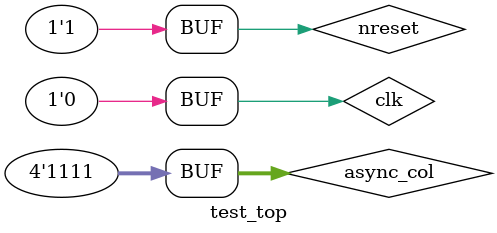
<source format=sv>
/* Ellie Sundheim esundheim#hmc.edu
9/14/24
This file contains the testbenches for the modules that make up lab3_es
*/

// testbench settings
`timescale 1ms/1ns
`default_nettype none
`define N_TV 8

module test_debouncer();
    logic clk, reset;
    logic [4:0] out;
    logic [3:0] s1, s2;

    debouncer myDebouncer(clk, reset, out, s1, s2);

    always begin
    clk = 0; #5;
    clk = 1; #5;
    end

    //pulse reset
    initial begin
    reset = 0; #7; reset = 1; #7; reset = 0;

    //an nice clean output
    out = 5'b00100; # 60; out = 5'b10000; #60; out = 5'b01110; #60;

    //a gross bouncy output
    out = 5'b00001; #15; out = 5'b10000; #15; out = 5'b00001; #15; out = 5'b10000; #15; out = 5'b00001; #60;
    end
endmodule

module test_FSM();
    logic clk, reset;
    logic [3:0] col;
    logic [4:0] out;
    logic [3:0] row;

    scanner_FSM myFSM (clk, reset, col, out, row);
    always begin
    clk = 0; #5;
    clk = 1; #5;
    end

    //pulse reset
    initial begin
    reset = 0; #7; reset = 1; #24; reset = 0;

    // watch it go through at least one loop
    #10;

    //trigger column, wait, trigger different column
    col = 4'b0001; #30; col = 4'b0000; #20; col = 4'b0010;
    end

endmodule

module test_sync();
    logic clk, reset;
    logic [3:0] d;
    logic [3:0] q;

    synchronizer mySync (clk, reset, d, q);

    always begin
    clk = 0; #5;
    clk = 1; #5;
    end

    //pulse reset
    initial begin
    reset = 0; #7; reset = 1; #14; reset = 0;

    // apply d 
    d = 4'b0001; #10; 
    d = 4'b0010; #20;
    end

endmodule

module test_all();
    logic clk, reset;
    logic [3:0] async_col, col;
    logic [4:0] out;
    logic [3:0] row;

    scanner_FSM myTestFSM (clk, reset, col, out, row);
    synchronizer myTestSync (clk, reset, async_col, col);

    always begin
    clk = 0; #5;
    clk = 1; #5;
    end

    initial begin

    // col always has some value and it's not xxxx so might as well be 0
    async_col = 4'b0000;

    //pulse reset
    reset = 0; #7; reset = 1; #14; reset = 0; 

    // watch it go through at least one loop
    #10;

    //trigger column, wait, trigger different column
    async_col = 4'b0001; #30; async_col = 4'b0000; #20; async_col = 4'b0010; #20; 

    // test other inputs at same time
    async_col = 4'b0111; #20; async_col = 4'b0000; #20;
    end

endmodule

module test_top();
        logic clk;
        logic nreset, reset;
        logic [3:0] async_col, col;
        logic [3:0] row;
        logic [4:0] out;
        logic anode1_en, anode2_en;
		logic [3:0] sshow;
        logic [6:0] seg;

        top lab3_dut(clk, nreset, async_col, row, seg, anode1_en, anode2_en);

        always begin 
            clk = 1; #0.001;
            clk = 0; #0.001;
        end

        initial begin

        // col always has some value and it's not xxxx so might as well be 0
        async_col = 4'b0000;

        //pulse reset
        nreset = 1; #7; nreset = 0; #7; nreset = 1; 

        // watch it go through at least one loop
        #10;

        //trigger column, wait, trigger different column
        async_col = 4'b0001; #50; async_col = 4'b0000; #50; async_col = 4'b0010; #50; 

        // test other inputs at same time
        async_col = 4'b0111; #50; async_col = 4'b0000; #50;

        // bouncy col
        async_col = 4'b1111; #15; async_col = 4'b0000; #15; async_col = 4'b1111; #15; async_col = 4'b0000; async_col = 4'b1111; #50;
        end

endmodule
</source>
